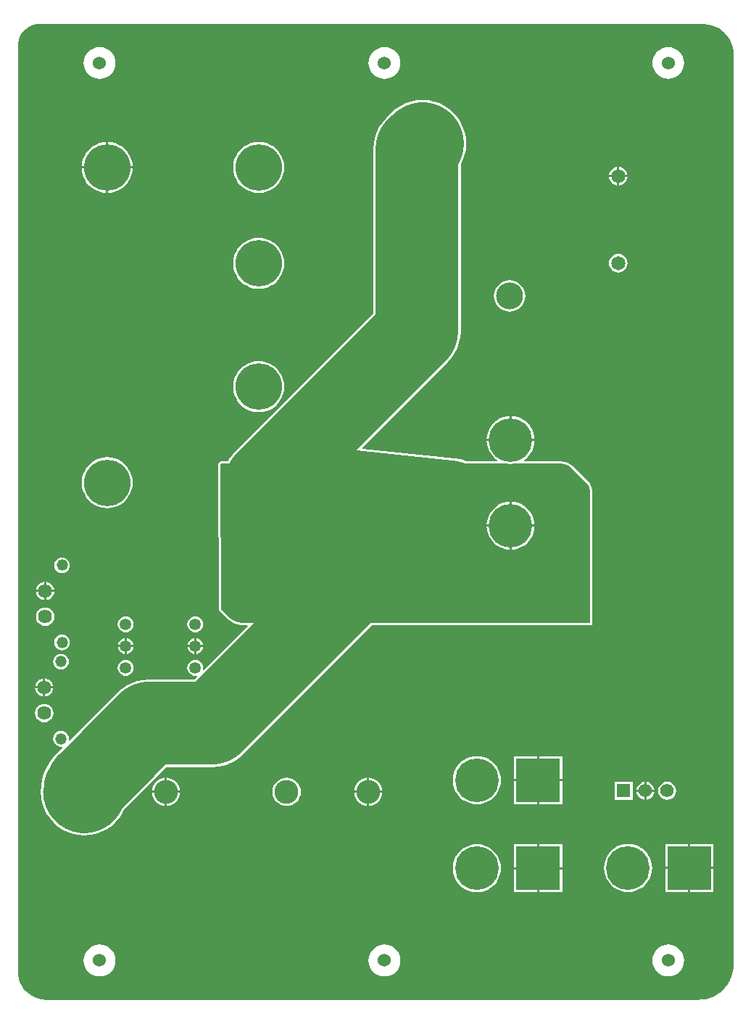
<source format=gbl>
G04*
G04 #@! TF.GenerationSoftware,Altium Limited,Altium Designer,19.0.15 (446)*
G04*
G04 Layer_Physical_Order=2*
G04 Layer_Color=16711680*
%FSLAX25Y25*%
%MOIN*%
G70*
G01*
G75*
%ADD10C,0.01000*%
%ADD34R,0.06201X0.06201*%
%ADD35C,0.06201*%
%ADD36C,0.20000*%
%ADD37C,0.06000*%
%ADD38C,0.10949*%
%ADD39C,0.05315*%
%ADD40R,0.20079X0.20079*%
%ADD41C,0.20079*%
%ADD42C,0.06378*%
%ADD43C,0.05197*%
%ADD44C,0.21378*%
%ADD45C,0.06496*%
%ADD46C,0.12402*%
%ADD47C,0.38000*%
G36*
X316714Y447733D02*
X318496Y447330D01*
X320211Y446699D01*
X321830Y445851D01*
X323325Y444800D01*
X324672Y443565D01*
X325846Y442165D01*
X326830Y440625D01*
X327605Y438970D01*
X328160Y437229D01*
X328484Y435430D01*
X328528Y434515D01*
X328528Y434508D01*
X328529Y434502D01*
X328529Y434496D01*
Y434473D01*
X328525Y434431D01*
X328518Y434390D01*
X328508Y434350D01*
X328502Y434330D01*
Y15500D01*
X328502Y15499D01*
Y15497D01*
X328502Y15497D01*
X328501Y14448D01*
X328227Y12369D01*
X327684Y10343D01*
X326881Y8405D01*
X325832Y6589D01*
X324555Y4925D01*
X323072Y3443D01*
X321408Y2166D01*
X319592Y1118D01*
X317654Y315D01*
X315628Y-228D01*
X313549Y-501D01*
X11495D01*
X11485Y-501D01*
X11475Y-501D01*
X11465Y-500D01*
X10609Y-432D01*
X8939Y-75D01*
X7329Y497D01*
X5808Y1274D01*
X4402Y2242D01*
X3133Y3386D01*
X2025Y4685D01*
X1095Y6118D01*
X360Y7659D01*
X-167Y9284D01*
X-479Y10963D01*
X-568Y12669D01*
X-501Y13520D01*
Y438000D01*
Y438972D01*
X-122Y440879D01*
X622Y442674D01*
X1702Y444291D01*
X3076Y445666D01*
X4693Y446745D01*
X6488Y447489D01*
X8395Y447869D01*
X313844D01*
X313865Y447868D01*
X313886Y447866D01*
X313907Y447863D01*
X313917Y447862D01*
X313925Y447863D01*
X313941Y447865D01*
X313957Y447867D01*
X313973Y447868D01*
X314894Y447902D01*
X316714Y447733D01*
D02*
G37*
%LPC*%
G36*
X298500Y437335D02*
X297069Y437194D01*
X295693Y436777D01*
X294425Y436099D01*
X293313Y435187D01*
X292401Y434075D01*
X291723Y432807D01*
X291306Y431431D01*
X291165Y430000D01*
X291306Y428569D01*
X291723Y427193D01*
X292401Y425925D01*
X293313Y424813D01*
X294425Y423901D01*
X295693Y423223D01*
X297069Y422806D01*
X298500Y422665D01*
X299931Y422806D01*
X301307Y423223D01*
X302575Y423901D01*
X303687Y424813D01*
X304599Y425925D01*
X305277Y427193D01*
X305694Y428569D01*
X305835Y430000D01*
X305694Y431431D01*
X305277Y432807D01*
X304599Y434075D01*
X303687Y435187D01*
X302575Y436099D01*
X301307Y436777D01*
X299931Y437194D01*
X298500Y437335D01*
D02*
G37*
G36*
X168000D02*
X166569Y437194D01*
X165193Y436777D01*
X163925Y436099D01*
X162813Y435187D01*
X161901Y434075D01*
X161223Y432807D01*
X160806Y431431D01*
X160665Y430000D01*
X160806Y428569D01*
X161223Y427193D01*
X161901Y425925D01*
X162813Y424813D01*
X163925Y423901D01*
X165193Y423223D01*
X166569Y422806D01*
X168000Y422665D01*
X169431Y422806D01*
X170807Y423223D01*
X172075Y423901D01*
X173187Y424813D01*
X174099Y425925D01*
X174777Y427193D01*
X175194Y428569D01*
X175335Y430000D01*
X175194Y431431D01*
X174777Y432807D01*
X174099Y434075D01*
X173187Y435187D01*
X172075Y436099D01*
X170807Y436777D01*
X169431Y437194D01*
X168000Y437335D01*
D02*
G37*
G36*
X37000D02*
X35569Y437194D01*
X34193Y436777D01*
X32925Y436099D01*
X31813Y435187D01*
X30901Y434075D01*
X30223Y432807D01*
X29806Y431431D01*
X29665Y430000D01*
X29806Y428569D01*
X30223Y427193D01*
X30901Y425925D01*
X31813Y424813D01*
X32925Y423901D01*
X34193Y423223D01*
X35569Y422806D01*
X37000Y422665D01*
X38431Y422806D01*
X39807Y423223D01*
X41075Y423901D01*
X42187Y424813D01*
X43099Y425925D01*
X43777Y427193D01*
X44194Y428569D01*
X44335Y430000D01*
X44194Y431431D01*
X43777Y432807D01*
X43099Y434075D01*
X42187Y435187D01*
X41075Y436099D01*
X39807Y436777D01*
X38431Y437194D01*
X37000Y437335D01*
D02*
G37*
G36*
X41000Y393686D02*
Y382500D01*
X52186D01*
X52081Y383834D01*
X51651Y385623D01*
X50947Y387323D01*
X49986Y388892D01*
X48791Y390291D01*
X47392Y391486D01*
X45823Y392447D01*
X44123Y393151D01*
X42334Y393581D01*
X41000Y393686D01*
D02*
G37*
G36*
X40000D02*
X38666Y393581D01*
X36877Y393151D01*
X35177Y392447D01*
X33608Y391486D01*
X32209Y390291D01*
X31014Y388892D01*
X30053Y387323D01*
X29349Y385623D01*
X28919Y383834D01*
X28814Y382500D01*
X40000D01*
Y393686D01*
D02*
G37*
G36*
X276000Y382219D02*
Y378500D01*
X279719D01*
X279639Y379109D01*
X279211Y380142D01*
X278530Y381030D01*
X277642Y381711D01*
X276609Y382139D01*
X276000Y382219D01*
D02*
G37*
G36*
X275000D02*
X274391Y382139D01*
X273358Y381711D01*
X272470Y381030D01*
X271789Y380142D01*
X271361Y379109D01*
X271281Y378500D01*
X275000D01*
Y382219D01*
D02*
G37*
G36*
X279719Y377500D02*
X276000D01*
Y373781D01*
X276609Y373861D01*
X277642Y374289D01*
X278530Y374970D01*
X279211Y375858D01*
X279639Y376891D01*
X279719Y377500D01*
D02*
G37*
G36*
X275000D02*
X271281D01*
X271361Y376891D01*
X271789Y375858D01*
X272470Y374970D01*
X273358Y374289D01*
X274391Y373861D01*
X275000Y373781D01*
Y377500D01*
D02*
G37*
G36*
X52186Y381500D02*
X41000D01*
Y370314D01*
X42334Y370419D01*
X44123Y370849D01*
X45823Y371553D01*
X47392Y372514D01*
X48791Y373709D01*
X49986Y375108D01*
X50947Y376677D01*
X51651Y378377D01*
X52081Y380166D01*
X52186Y381500D01*
D02*
G37*
G36*
X40000D02*
X28814D01*
X28919Y380166D01*
X29349Y378377D01*
X30053Y376677D01*
X31014Y375108D01*
X32209Y373709D01*
X33608Y372514D01*
X35177Y371553D01*
X36877Y370849D01*
X38666Y370419D01*
X40000Y370314D01*
Y381500D01*
D02*
G37*
G36*
X110185Y393725D02*
X108351Y393581D01*
X106562Y393151D01*
X104862Y392447D01*
X103293Y391486D01*
X101894Y390291D01*
X100699Y388892D01*
X99738Y387323D01*
X99034Y385623D01*
X98604Y383834D01*
X98460Y382000D01*
X98604Y380166D01*
X99034Y378377D01*
X99738Y376677D01*
X100699Y375108D01*
X101894Y373709D01*
X103293Y372514D01*
X104862Y371553D01*
X106562Y370849D01*
X108351Y370419D01*
X110185Y370275D01*
X112019Y370419D01*
X113808Y370849D01*
X115508Y371553D01*
X117077Y372514D01*
X118476Y373709D01*
X119671Y375108D01*
X120632Y376677D01*
X121336Y378377D01*
X121766Y380166D01*
X121910Y382000D01*
X121766Y383834D01*
X121336Y385623D01*
X120632Y387323D01*
X119671Y388892D01*
X118476Y390291D01*
X117077Y391486D01*
X115508Y392447D01*
X113808Y393151D01*
X112019Y393581D01*
X110185Y393725D01*
D02*
G37*
G36*
X275500Y342285D02*
X274391Y342139D01*
X273358Y341711D01*
X272470Y341030D01*
X271789Y340142D01*
X271361Y339109D01*
X271215Y338000D01*
X271361Y336891D01*
X271789Y335858D01*
X272470Y334970D01*
X273358Y334289D01*
X274391Y333861D01*
X275500Y333715D01*
X276609Y333861D01*
X277642Y334289D01*
X278530Y334970D01*
X279211Y335858D01*
X279639Y336891D01*
X279785Y338000D01*
X279639Y339109D01*
X279211Y340142D01*
X278530Y341030D01*
X277642Y341711D01*
X276609Y342139D01*
X275500Y342285D01*
D02*
G37*
G36*
X110185Y349631D02*
X108351Y349486D01*
X106562Y349057D01*
X104862Y348353D01*
X103293Y347391D01*
X101894Y346196D01*
X100699Y344797D01*
X99738Y343229D01*
X99034Y341529D01*
X98604Y339740D01*
X98460Y337906D01*
X98604Y336071D01*
X99034Y334282D01*
X99738Y332582D01*
X100699Y331014D01*
X101894Y329615D01*
X103293Y328420D01*
X104862Y327458D01*
X106562Y326754D01*
X108351Y326325D01*
X110185Y326180D01*
X112019Y326325D01*
X113808Y326754D01*
X115508Y327458D01*
X117077Y328420D01*
X118476Y329615D01*
X119671Y331014D01*
X120632Y332582D01*
X121336Y334282D01*
X121766Y336071D01*
X121910Y337906D01*
X121766Y339740D01*
X121336Y341529D01*
X120632Y343229D01*
X119671Y344797D01*
X118476Y346196D01*
X117077Y347391D01*
X115508Y348353D01*
X113808Y349057D01*
X112019Y349486D01*
X110185Y349631D01*
D02*
G37*
G36*
X225500Y330236D02*
X224088Y330097D01*
X222731Y329685D01*
X221480Y329016D01*
X220384Y328116D01*
X219484Y327020D01*
X218815Y325769D01*
X218403Y324412D01*
X218264Y323000D01*
X218403Y321588D01*
X218815Y320231D01*
X219484Y318980D01*
X220384Y317884D01*
X221480Y316984D01*
X222731Y316315D01*
X224088Y315903D01*
X225500Y315764D01*
X226912Y315903D01*
X228269Y316315D01*
X229520Y316984D01*
X230616Y317884D01*
X231516Y318980D01*
X232185Y320231D01*
X232597Y321588D01*
X232736Y323000D01*
X232597Y324412D01*
X232185Y325769D01*
X231516Y327020D01*
X230616Y328116D01*
X229520Y329016D01*
X228269Y329685D01*
X226912Y330097D01*
X225500Y330236D01*
D02*
G37*
G36*
X110185Y292938D02*
X108351Y292793D01*
X106562Y292364D01*
X104862Y291660D01*
X103293Y290698D01*
X101894Y289504D01*
X100699Y288104D01*
X99738Y286536D01*
X99034Y284836D01*
X98604Y283047D01*
X98460Y281213D01*
X98604Y279378D01*
X99034Y277589D01*
X99738Y275889D01*
X100699Y274321D01*
X101894Y272922D01*
X103293Y271727D01*
X104862Y270765D01*
X106562Y270061D01*
X108351Y269632D01*
X110185Y269488D01*
X112019Y269632D01*
X113808Y270061D01*
X115508Y270765D01*
X117077Y271727D01*
X118476Y272922D01*
X119671Y274321D01*
X120632Y275889D01*
X121336Y277589D01*
X121766Y279378D01*
X121910Y281213D01*
X121766Y283047D01*
X121336Y284836D01*
X120632Y286536D01*
X119671Y288104D01*
X118476Y289504D01*
X117077Y290698D01*
X115508Y291660D01*
X113808Y292364D01*
X112019Y292793D01*
X110185Y292938D01*
D02*
G37*
G36*
X226500Y267680D02*
Y257185D01*
X236995D01*
X236898Y258411D01*
X236494Y260095D01*
X235831Y261694D01*
X234927Y263171D01*
X233802Y264487D01*
X232486Y265612D01*
X231009Y266516D01*
X229410Y267179D01*
X227726Y267583D01*
X226500Y267680D01*
D02*
G37*
G36*
X225500D02*
X224274Y267583D01*
X222590Y267179D01*
X220991Y266516D01*
X219514Y265612D01*
X218198Y264487D01*
X217073Y263171D01*
X216169Y261694D01*
X215506Y260095D01*
X215102Y258411D01*
X215005Y257185D01*
X225500D01*
Y267680D01*
D02*
G37*
G36*
X185500Y413043D02*
X182884Y412871D01*
X180313Y412360D01*
X177830Y411517D01*
X175478Y410358D01*
X173299Y408901D01*
X171327Y407172D01*
X168827Y404672D01*
X167099Y402701D01*
X165642Y400522D01*
X164483Y398170D01*
X163640Y395688D01*
X163129Y393116D01*
X162957Y390500D01*
Y314987D01*
X99268Y251298D01*
X99081Y251085D01*
X98873Y250892D01*
X98217Y250100D01*
X97539Y249327D01*
X97382Y249091D01*
X97201Y248873D01*
X96654Y248002D01*
X96083Y247147D01*
X96019Y247018D01*
X93012D01*
X93011Y247017D01*
X93010Y247018D01*
X92816Y246978D01*
X92622Y246940D01*
X92621Y246939D01*
X92620Y246939D01*
X92457Y246830D01*
X92291Y246719D01*
X92291Y246718D01*
X92290Y246718D01*
X91937Y246363D01*
X91937Y246363D01*
X91936Y246362D01*
X91827Y246198D01*
X91717Y246032D01*
X91716Y246031D01*
X91716Y246030D01*
X91679Y245838D01*
X91640Y245642D01*
X91640Y245641D01*
X91640Y245640D01*
X91888Y178996D01*
X91927Y178803D01*
X91966Y178610D01*
X91967Y178608D01*
X91967Y178606D01*
X92078Y178443D01*
X92187Y178279D01*
X95758Y174708D01*
X95758Y174708D01*
X96455Y174012D01*
X96538Y173956D01*
X96609Y173885D01*
X98247Y172790D01*
X98340Y172752D01*
X98423Y172696D01*
X100243Y171942D01*
X100341Y171923D01*
X100434Y171884D01*
X102366Y171500D01*
X102467D01*
X102565Y171480D01*
X103550Y171480D01*
X104939D01*
X105130Y171019D01*
X85025Y150914D01*
X84974Y150928D01*
X84581Y151176D01*
X84689Y152000D01*
X84563Y152955D01*
X84195Y153844D01*
X83609Y154609D01*
X82845Y155195D01*
X81955Y155563D01*
X81000Y155689D01*
X80045Y155563D01*
X79155Y155195D01*
X78391Y154609D01*
X77805Y153844D01*
X77437Y152955D01*
X77311Y152000D01*
X77437Y151045D01*
X77805Y150155D01*
X78391Y149391D01*
X79155Y148805D01*
X80045Y148437D01*
X81000Y148311D01*
X81824Y148419D01*
X82072Y148026D01*
X82086Y147975D01*
X80629Y146517D01*
X59475D01*
X59474Y146517D01*
X56858Y146346D01*
X54287Y145834D01*
X51804Y144992D01*
X49453Y143832D01*
X47273Y142376D01*
X45302Y140647D01*
X45302Y140647D01*
X23247Y118592D01*
X22773Y118825D01*
X22846Y119378D01*
X22722Y120317D01*
X22360Y121193D01*
X21783Y121944D01*
X21031Y122521D01*
X20156Y122884D01*
X19217Y123007D01*
X18277Y122884D01*
X17402Y122521D01*
X16650Y121944D01*
X16073Y121193D01*
X15711Y120317D01*
X15587Y119378D01*
X15711Y118439D01*
X16073Y117563D01*
X16650Y116812D01*
X17402Y116235D01*
X18277Y115872D01*
X19217Y115749D01*
X19769Y115821D01*
X20003Y115348D01*
X17595Y112940D01*
X17242Y112587D01*
X17242Y112587D01*
X17242Y112587D01*
X16974Y112282D01*
X15386Y110505D01*
X13772Y108230D01*
X12423Y105790D01*
X11356Y103213D01*
X10584Y100534D01*
X10117Y97784D01*
X9961Y95000D01*
X9957D01*
X10129Y92384D01*
X10640Y89812D01*
X11483Y87330D01*
X12642Y84978D01*
X14099Y82799D01*
X15827Y80827D01*
X17799Y79099D01*
X19978Y77642D01*
X22330Y76483D01*
X24813Y75640D01*
X27384Y75129D01*
X30000Y74957D01*
X32616Y75129D01*
X35188Y75640D01*
X37670Y76483D01*
X40021Y77642D01*
X42201Y79099D01*
X44172Y80827D01*
X45901Y82799D01*
X46021Y82978D01*
X46374Y83278D01*
X46479Y83350D01*
X46556Y83537D01*
X46819Y84173D01*
X46992Y84431D01*
X47358Y84978D01*
X47358Y84978D01*
X47540Y85348D01*
X47613Y85497D01*
X48364Y87019D01*
X67776Y106431D01*
X88931D01*
X91547Y106603D01*
X94119Y107115D01*
X96601Y107957D01*
X98953Y109117D01*
X101133Y110573D01*
X103104Y112302D01*
X162282Y171480D01*
X262500D01*
X262890Y171558D01*
X263221Y171779D01*
X263442Y172110D01*
X263520Y172500D01*
Y232719D01*
X263520Y232719D01*
X263520Y233385D01*
X263500Y233483D01*
Y233584D01*
X263240Y234890D01*
X263202Y234983D01*
X263182Y235081D01*
X262672Y236312D01*
X262617Y236395D01*
X262578Y236488D01*
X261838Y237596D01*
X261767Y237667D01*
X261711Y237750D01*
X255672Y243790D01*
X255671Y243790D01*
X254975Y244486D01*
X254892Y244542D01*
X254821Y244613D01*
X253183Y245708D01*
X253090Y245746D01*
X253006Y245802D01*
X251186Y246556D01*
X251088Y246575D01*
X250995Y246614D01*
X249063Y246998D01*
X248963D01*
X248864Y247018D01*
X247879Y247018D01*
X232198D01*
X232062Y247499D01*
X232486Y247758D01*
X233802Y248883D01*
X234927Y250199D01*
X235831Y251676D01*
X236494Y253275D01*
X236898Y254959D01*
X236995Y256185D01*
X215005D01*
X215102Y254959D01*
X215506Y253275D01*
X216169Y251676D01*
X217073Y250199D01*
X218198Y248883D01*
X219514Y247758D01*
X219938Y247499D01*
X219802Y247018D01*
X205480D01*
X205231Y247132D01*
X202725Y247904D01*
X200141Y248343D01*
X157984Y252686D01*
X157817Y253157D01*
X197172Y292512D01*
X198901Y294484D01*
X200358Y296664D01*
X201517Y299015D01*
X202360Y301498D01*
X202871Y304069D01*
X203043Y306685D01*
X203043Y306685D01*
Y383354D01*
X204017Y385330D01*
X204860Y387812D01*
X205371Y390384D01*
X205543Y393000D01*
X205371Y395616D01*
X204860Y398187D01*
X204017Y400670D01*
X202858Y403021D01*
X201401Y405201D01*
X199672Y407172D01*
X197701Y408901D01*
X195521Y410358D01*
X193170Y411517D01*
X190688Y412360D01*
X188116Y412871D01*
X185500Y413043D01*
D02*
G37*
G36*
X40500Y248843D02*
X38666Y248699D01*
X36877Y248269D01*
X35177Y247565D01*
X33608Y246604D01*
X32209Y245409D01*
X31014Y244010D01*
X30053Y242441D01*
X29349Y240741D01*
X28919Y238952D01*
X28775Y237118D01*
X28919Y235284D01*
X29349Y233495D01*
X30053Y231795D01*
X31014Y230226D01*
X32209Y228827D01*
X33608Y227632D01*
X35177Y226671D01*
X36877Y225967D01*
X38666Y225537D01*
X40500Y225393D01*
X42334Y225537D01*
X44123Y225967D01*
X45823Y226671D01*
X47392Y227632D01*
X48791Y228827D01*
X49986Y230226D01*
X50947Y231795D01*
X51651Y233495D01*
X52081Y235284D01*
X52225Y237118D01*
X52081Y238952D01*
X51651Y240741D01*
X50947Y242441D01*
X49986Y244010D01*
X48791Y245409D01*
X47392Y246604D01*
X45823Y247565D01*
X44123Y248269D01*
X42334Y248699D01*
X40500Y248843D01*
D02*
G37*
G36*
X19716Y202751D02*
X18777Y202628D01*
X17902Y202265D01*
X17150Y201689D01*
X16573Y200937D01*
X16211Y200061D01*
X16087Y199122D01*
X16211Y198183D01*
X16573Y197307D01*
X17150Y196556D01*
X17902Y195979D01*
X18777Y195616D01*
X19716Y195493D01*
X20656Y195616D01*
X21531Y195979D01*
X22283Y196556D01*
X22860Y197307D01*
X23222Y198183D01*
X23346Y199122D01*
X23222Y200061D01*
X22860Y200937D01*
X22283Y201689D01*
X21531Y202265D01*
X20656Y202628D01*
X19716Y202751D01*
D02*
G37*
G36*
X12500Y191470D02*
Y187811D01*
X16159D01*
X16081Y188405D01*
X15659Y189424D01*
X14988Y190299D01*
X14113Y190970D01*
X13093Y191392D01*
X12500Y191470D01*
D02*
G37*
G36*
X11500D02*
X10907Y191392D01*
X9887Y190970D01*
X9012Y190299D01*
X8341Y189424D01*
X7919Y188405D01*
X7841Y187811D01*
X11500D01*
Y191470D01*
D02*
G37*
G36*
X16159Y186811D02*
X12500D01*
Y183152D01*
X13093Y183230D01*
X14113Y183652D01*
X14988Y184323D01*
X15659Y185198D01*
X16081Y186217D01*
X16159Y186811D01*
D02*
G37*
G36*
X11500D02*
X7841D01*
X7919Y186217D01*
X8341Y185198D01*
X9012Y184323D01*
X9887Y183652D01*
X10907Y183230D01*
X11500Y183152D01*
Y186811D01*
D02*
G37*
G36*
X12000Y179725D02*
X10907Y179581D01*
X9887Y179159D01*
X9012Y178488D01*
X8341Y177613D01*
X7919Y176593D01*
X7775Y175500D01*
X7919Y174407D01*
X8341Y173387D01*
X9012Y172512D01*
X9887Y171841D01*
X10907Y171419D01*
X12000Y171275D01*
X13093Y171419D01*
X14113Y171841D01*
X14988Y172512D01*
X15659Y173387D01*
X16081Y174407D01*
X16225Y175500D01*
X16081Y176593D01*
X15659Y177613D01*
X14988Y178488D01*
X14113Y179159D01*
X13093Y179581D01*
X12000Y179725D01*
D02*
G37*
G36*
X81000Y175689D02*
X80045Y175563D01*
X79155Y175195D01*
X78391Y174609D01*
X77805Y173845D01*
X77437Y172955D01*
X77311Y172000D01*
X77437Y171045D01*
X77805Y170156D01*
X78391Y169392D01*
X79155Y168805D01*
X80045Y168437D01*
X81000Y168311D01*
X81955Y168437D01*
X82845Y168805D01*
X83609Y169392D01*
X84195Y170156D01*
X84563Y171045D01*
X84689Y172000D01*
X84563Y172955D01*
X84195Y173845D01*
X83609Y174609D01*
X82845Y175195D01*
X81955Y175563D01*
X81000Y175689D01*
D02*
G37*
G36*
X49000D02*
X48045Y175563D01*
X47155Y175195D01*
X46391Y174609D01*
X45805Y173845D01*
X45437Y172955D01*
X45311Y172000D01*
X45437Y171045D01*
X45805Y170156D01*
X46391Y169392D01*
X47155Y168805D01*
X48045Y168437D01*
X49000Y168311D01*
X49955Y168437D01*
X50845Y168805D01*
X51609Y169392D01*
X52195Y170156D01*
X52563Y171045D01*
X52689Y172000D01*
X52563Y172955D01*
X52195Y173845D01*
X51609Y174609D01*
X50845Y175195D01*
X49955Y175563D01*
X49000Y175689D01*
D02*
G37*
G36*
X81500Y165623D02*
Y162500D01*
X84623D01*
X84563Y162955D01*
X84195Y163845D01*
X83609Y164609D01*
X82845Y165195D01*
X81955Y165563D01*
X81500Y165623D01*
D02*
G37*
G36*
X49500D02*
Y162500D01*
X52623D01*
X52563Y162955D01*
X52195Y163845D01*
X51609Y164609D01*
X50845Y165195D01*
X49955Y165563D01*
X49500Y165623D01*
D02*
G37*
G36*
X80500D02*
X80045Y165563D01*
X79155Y165195D01*
X78391Y164609D01*
X77805Y163845D01*
X77437Y162955D01*
X77377Y162500D01*
X80500D01*
Y165623D01*
D02*
G37*
G36*
X48500D02*
X48045Y165563D01*
X47155Y165195D01*
X46391Y164609D01*
X45805Y163845D01*
X45437Y162955D01*
X45377Y162500D01*
X48500D01*
Y165623D01*
D02*
G37*
G36*
X19716Y167318D02*
X18777Y167195D01*
X17902Y166832D01*
X17150Y166255D01*
X16573Y165504D01*
X16211Y164628D01*
X16087Y163689D01*
X16211Y162750D01*
X16573Y161874D01*
X17150Y161123D01*
X17902Y160546D01*
X18777Y160183D01*
X19716Y160059D01*
X20656Y160183D01*
X21531Y160546D01*
X22283Y161123D01*
X22860Y161874D01*
X23222Y162750D01*
X23346Y163689D01*
X23222Y164628D01*
X22860Y165504D01*
X22283Y166255D01*
X21531Y166832D01*
X20656Y167195D01*
X19716Y167318D01*
D02*
G37*
G36*
X84623Y161500D02*
X81500D01*
Y158377D01*
X81955Y158437D01*
X82845Y158805D01*
X83609Y159391D01*
X84195Y160155D01*
X84563Y161045D01*
X84623Y161500D01*
D02*
G37*
G36*
X52623D02*
X49500D01*
Y158377D01*
X49955Y158437D01*
X50845Y158805D01*
X51609Y159391D01*
X52195Y160155D01*
X52563Y161045D01*
X52623Y161500D01*
D02*
G37*
G36*
X80500D02*
X77377D01*
X77437Y161045D01*
X77805Y160155D01*
X78391Y159391D01*
X79155Y158805D01*
X80045Y158437D01*
X80500Y158377D01*
Y161500D01*
D02*
G37*
G36*
X48500D02*
X45377D01*
X45437Y161045D01*
X45805Y160155D01*
X46391Y159391D01*
X47155Y158805D01*
X48045Y158437D01*
X48500Y158377D01*
Y161500D01*
D02*
G37*
G36*
X19217Y158440D02*
X18277Y158317D01*
X17402Y157954D01*
X16650Y157377D01*
X16073Y156626D01*
X15711Y155750D01*
X15587Y154811D01*
X15711Y153872D01*
X16073Y152996D01*
X16650Y152245D01*
X17402Y151668D01*
X18277Y151305D01*
X19217Y151182D01*
X20156Y151305D01*
X21031Y151668D01*
X21783Y152245D01*
X22360Y152996D01*
X22722Y153872D01*
X22846Y154811D01*
X22722Y155750D01*
X22360Y156626D01*
X21783Y157377D01*
X21031Y157954D01*
X20156Y158317D01*
X19217Y158440D01*
D02*
G37*
G36*
X49000Y155689D02*
X48045Y155563D01*
X47155Y155195D01*
X46391Y154609D01*
X45805Y153844D01*
X45437Y152955D01*
X45311Y152000D01*
X45437Y151045D01*
X45805Y150155D01*
X46391Y149391D01*
X47155Y148805D01*
X48045Y148437D01*
X49000Y148311D01*
X49955Y148437D01*
X50845Y148805D01*
X51609Y149391D01*
X52195Y150155D01*
X52563Y151045D01*
X52689Y152000D01*
X52563Y152955D01*
X52195Y153844D01*
X51609Y154609D01*
X50845Y155195D01*
X49955Y155563D01*
X49000Y155689D01*
D02*
G37*
G36*
X12000Y147159D02*
Y143500D01*
X15659D01*
X15581Y144094D01*
X15159Y145113D01*
X14488Y145988D01*
X13613Y146659D01*
X12594Y147081D01*
X12000Y147159D01*
D02*
G37*
G36*
X11000D02*
X10407Y147081D01*
X9387Y146659D01*
X8512Y145988D01*
X7841Y145113D01*
X7419Y144094D01*
X7341Y143500D01*
X11000D01*
Y147159D01*
D02*
G37*
G36*
X15659Y142500D02*
X12000D01*
Y138841D01*
X12594Y138919D01*
X13613Y139341D01*
X14488Y140012D01*
X15159Y140887D01*
X15581Y141906D01*
X15659Y142500D01*
D02*
G37*
G36*
X11000D02*
X7341D01*
X7419Y141906D01*
X7841Y140887D01*
X8512Y140012D01*
X9387Y139341D01*
X10407Y138919D01*
X11000Y138841D01*
Y142500D01*
D02*
G37*
G36*
X11500Y135414D02*
X10407Y135270D01*
X9387Y134848D01*
X8512Y134177D01*
X7841Y133301D01*
X7419Y132282D01*
X7275Y131189D01*
X7419Y130095D01*
X7841Y129076D01*
X8512Y128201D01*
X9387Y127530D01*
X10407Y127108D01*
X11500Y126964D01*
X12594Y127108D01*
X13613Y127530D01*
X14488Y128201D01*
X15159Y129076D01*
X15581Y130095D01*
X15725Y131189D01*
X15581Y132282D01*
X15159Y133301D01*
X14488Y134177D01*
X13613Y134848D01*
X12594Y135270D01*
X11500Y135414D01*
D02*
G37*
G36*
X249740Y111417D02*
X239201D01*
Y100878D01*
X249740D01*
Y111417D01*
D02*
G37*
G36*
X238201D02*
X227661D01*
Y100878D01*
X238201D01*
Y111417D01*
D02*
G37*
G36*
X288500Y99570D02*
Y96000D01*
X292070D01*
X291995Y96570D01*
X291582Y97568D01*
X290924Y98424D01*
X290068Y99082D01*
X289070Y99495D01*
X288500Y99570D01*
D02*
G37*
G36*
X287500D02*
X286930Y99495D01*
X285932Y99082D01*
X285076Y98424D01*
X284418Y97568D01*
X284005Y96570D01*
X283930Y96000D01*
X287500D01*
Y99570D01*
D02*
G37*
G36*
X161000Y101456D02*
Y95500D01*
X166956D01*
X166881Y96269D01*
X166510Y97490D01*
X165909Y98614D01*
X165100Y99600D01*
X164114Y100409D01*
X162990Y101011D01*
X161769Y101381D01*
X161000Y101456D01*
D02*
G37*
G36*
X160000D02*
X159231Y101381D01*
X158010Y101011D01*
X156886Y100409D01*
X155900Y99600D01*
X155091Y98614D01*
X154490Y97490D01*
X154119Y96269D01*
X154043Y95500D01*
X160000D01*
Y101456D01*
D02*
G37*
G36*
X68000D02*
Y95500D01*
X73957D01*
X73881Y96269D01*
X73510Y97490D01*
X72909Y98614D01*
X72100Y99600D01*
X71114Y100409D01*
X69990Y101011D01*
X68769Y101381D01*
X68000Y101456D01*
D02*
G37*
G36*
X67000D02*
X66231Y101381D01*
X65010Y101011D01*
X63886Y100409D01*
X62900Y99600D01*
X62091Y98614D01*
X61489Y97490D01*
X61119Y96269D01*
X61044Y95500D01*
X67000D01*
Y101456D01*
D02*
G37*
G36*
X292070Y95000D02*
X288500D01*
Y91430D01*
X289070Y91505D01*
X290068Y91918D01*
X290924Y92576D01*
X291582Y93432D01*
X291995Y94430D01*
X292070Y95000D01*
D02*
G37*
G36*
X287500D02*
X283930D01*
X284005Y94430D01*
X284418Y93432D01*
X285076Y92576D01*
X285932Y91918D01*
X286930Y91505D01*
X287500Y91430D01*
Y95000D01*
D02*
G37*
G36*
X282100Y99600D02*
X273900D01*
Y91400D01*
X282100D01*
Y99600D01*
D02*
G37*
G36*
X298000Y99636D02*
X296930Y99495D01*
X295932Y99082D01*
X295076Y98424D01*
X294418Y97568D01*
X294005Y96570D01*
X293864Y95500D01*
X294005Y94430D01*
X294418Y93432D01*
X295076Y92576D01*
X295932Y91918D01*
X296930Y91505D01*
X298000Y91364D01*
X299070Y91505D01*
X300068Y91918D01*
X300924Y92576D01*
X301582Y93432D01*
X301995Y94430D01*
X302136Y95500D01*
X301995Y96570D01*
X301582Y97568D01*
X300924Y98424D01*
X300068Y99082D01*
X299070Y99495D01*
X298000Y99636D01*
D02*
G37*
G36*
X249740Y99878D02*
X239201D01*
Y89339D01*
X249740D01*
Y99878D01*
D02*
G37*
G36*
X238201D02*
X227661D01*
Y89339D01*
X238201D01*
Y99878D01*
D02*
G37*
G36*
X210500Y111451D02*
X208768Y111315D01*
X207078Y110909D01*
X205473Y110245D01*
X203991Y109337D01*
X202670Y108208D01*
X201541Y106887D01*
X200633Y105405D01*
X199969Y103800D01*
X199563Y102110D01*
X199426Y100378D01*
X199563Y98646D01*
X199969Y96956D01*
X200633Y95351D01*
X201541Y93869D01*
X202670Y92548D01*
X203991Y91419D01*
X205473Y90511D01*
X207078Y89846D01*
X208768Y89441D01*
X210500Y89304D01*
X212232Y89441D01*
X213922Y89846D01*
X215527Y90511D01*
X217009Y91419D01*
X218330Y92548D01*
X219459Y93869D01*
X220367Y95351D01*
X221031Y96956D01*
X221437Y98646D01*
X221573Y100378D01*
X221437Y102110D01*
X221031Y103800D01*
X220367Y105405D01*
X219459Y106887D01*
X218330Y108208D01*
X217009Y109337D01*
X215527Y110245D01*
X213922Y110909D01*
X212232Y111315D01*
X210500Y111451D01*
D02*
G37*
G36*
X166956Y94500D02*
X161000D01*
Y88543D01*
X161769Y88619D01*
X162990Y88990D01*
X164114Y89591D01*
X165100Y90400D01*
X165909Y91386D01*
X166510Y92510D01*
X166881Y93731D01*
X166956Y94500D01*
D02*
G37*
G36*
X160000D02*
X154043D01*
X154119Y93731D01*
X154490Y92510D01*
X155091Y91386D01*
X155900Y90400D01*
X156886Y89591D01*
X158010Y88990D01*
X159231Y88619D01*
X160000Y88543D01*
Y94500D01*
D02*
G37*
G36*
X73957D02*
X68000D01*
Y88543D01*
X68769Y88619D01*
X69990Y88990D01*
X71114Y89591D01*
X72100Y90400D01*
X72909Y91386D01*
X73510Y92510D01*
X73881Y93731D01*
X73957Y94500D01*
D02*
G37*
G36*
X67000D02*
X61044D01*
X61119Y93731D01*
X61489Y92510D01*
X62091Y91386D01*
X62900Y90400D01*
X63886Y89591D01*
X65010Y88990D01*
X66231Y88619D01*
X67000Y88543D01*
Y94500D01*
D02*
G37*
G36*
X123000Y101506D02*
X121731Y101381D01*
X120510Y101011D01*
X119386Y100409D01*
X118400Y99600D01*
X117591Y98614D01*
X116990Y97490D01*
X116619Y96269D01*
X116494Y95000D01*
X116619Y93731D01*
X116990Y92510D01*
X117591Y91386D01*
X118400Y90400D01*
X119386Y89591D01*
X120510Y88990D01*
X121731Y88619D01*
X123000Y88494D01*
X124269Y88619D01*
X125490Y88990D01*
X126614Y89591D01*
X127600Y90400D01*
X128409Y91386D01*
X129010Y92510D01*
X129381Y93731D01*
X129506Y95000D01*
X129381Y96269D01*
X129010Y97490D01*
X128409Y98614D01*
X127600Y99600D01*
X126614Y100409D01*
X125490Y101011D01*
X124269Y101381D01*
X123000Y101506D01*
D02*
G37*
G36*
X319240Y71039D02*
X308701D01*
Y60500D01*
X319240D01*
Y71039D01*
D02*
G37*
G36*
X307701D02*
X297161D01*
Y60500D01*
X307701D01*
Y71039D01*
D02*
G37*
G36*
X249740Y70917D02*
X239201D01*
Y60378D01*
X249740D01*
Y70917D01*
D02*
G37*
G36*
X238201D02*
X227661D01*
Y60378D01*
X238201D01*
Y70917D01*
D02*
G37*
G36*
X319240Y59500D02*
X308701D01*
Y48961D01*
X319240D01*
Y59500D01*
D02*
G37*
G36*
X307701D02*
X297161D01*
Y48961D01*
X307701D01*
Y59500D01*
D02*
G37*
G36*
X280000Y71074D02*
X278268Y70937D01*
X276578Y70531D01*
X274973Y69867D01*
X273491Y68959D01*
X272170Y67830D01*
X271041Y66509D01*
X270133Y65027D01*
X269468Y63422D01*
X269063Y61732D01*
X268927Y60000D01*
X269063Y58268D01*
X269468Y56578D01*
X270133Y54973D01*
X271041Y53491D01*
X272170Y52170D01*
X273491Y51041D01*
X274973Y50133D01*
X276578Y49468D01*
X278268Y49063D01*
X280000Y48926D01*
X281732Y49063D01*
X283422Y49468D01*
X285027Y50133D01*
X286509Y51041D01*
X287830Y52170D01*
X288959Y53491D01*
X289867Y54973D01*
X290531Y56578D01*
X290937Y58268D01*
X291073Y60000D01*
X290937Y61732D01*
X290531Y63422D01*
X289867Y65027D01*
X288959Y66509D01*
X287830Y67830D01*
X286509Y68959D01*
X285027Y69867D01*
X283422Y70531D01*
X281732Y70937D01*
X280000Y71074D01*
D02*
G37*
G36*
X249740Y59378D02*
X239201D01*
Y48839D01*
X249740D01*
Y59378D01*
D02*
G37*
G36*
X238201D02*
X227661D01*
Y48839D01*
X238201D01*
Y59378D01*
D02*
G37*
G36*
X210500Y70951D02*
X208768Y70815D01*
X207078Y70410D01*
X205473Y69744D01*
X203991Y68837D01*
X202670Y67708D01*
X201541Y66387D01*
X200633Y64905D01*
X199969Y63300D01*
X199563Y61610D01*
X199426Y59878D01*
X199563Y58146D01*
X199969Y56456D01*
X200633Y54851D01*
X201541Y53369D01*
X202670Y52048D01*
X203991Y50919D01*
X205473Y50011D01*
X207078Y49346D01*
X208768Y48941D01*
X210500Y48804D01*
X212232Y48941D01*
X213922Y49346D01*
X215527Y50011D01*
X217009Y50919D01*
X218330Y52048D01*
X219459Y53369D01*
X220367Y54851D01*
X221031Y56456D01*
X221437Y58146D01*
X221573Y59878D01*
X221437Y61610D01*
X221031Y63300D01*
X220367Y64905D01*
X219459Y66387D01*
X218330Y67708D01*
X217009Y68837D01*
X215527Y69744D01*
X213922Y70410D01*
X212232Y70815D01*
X210500Y70951D01*
D02*
G37*
G36*
X298500Y24835D02*
X297069Y24694D01*
X295693Y24277D01*
X294425Y23599D01*
X293313Y22687D01*
X292401Y21575D01*
X291723Y20307D01*
X291306Y18931D01*
X291165Y17500D01*
X291306Y16069D01*
X291723Y14693D01*
X292401Y13425D01*
X293313Y12313D01*
X294425Y11401D01*
X295693Y10723D01*
X297069Y10306D01*
X298500Y10165D01*
X299931Y10306D01*
X301307Y10723D01*
X302575Y11401D01*
X303687Y12313D01*
X304599Y13425D01*
X305277Y14693D01*
X305694Y16069D01*
X305835Y17500D01*
X305694Y18931D01*
X305277Y20307D01*
X304599Y21575D01*
X303687Y22687D01*
X302575Y23599D01*
X301307Y24277D01*
X299931Y24694D01*
X298500Y24835D01*
D02*
G37*
G36*
X168000D02*
X166569Y24694D01*
X165193Y24277D01*
X163925Y23599D01*
X162813Y22687D01*
X161901Y21575D01*
X161223Y20307D01*
X160806Y18931D01*
X160665Y17500D01*
X160806Y16069D01*
X161223Y14693D01*
X161901Y13425D01*
X162813Y12313D01*
X163925Y11401D01*
X165193Y10723D01*
X166569Y10306D01*
X168000Y10165D01*
X169431Y10306D01*
X170807Y10723D01*
X172075Y11401D01*
X173187Y12313D01*
X174099Y13425D01*
X174777Y14693D01*
X175194Y16069D01*
X175335Y17500D01*
X175194Y18931D01*
X174777Y20307D01*
X174099Y21575D01*
X173187Y22687D01*
X172075Y23599D01*
X170807Y24277D01*
X169431Y24694D01*
X168000Y24835D01*
D02*
G37*
G36*
X37000D02*
X35569Y24694D01*
X34193Y24277D01*
X32925Y23599D01*
X31813Y22687D01*
X30901Y21575D01*
X30223Y20307D01*
X29806Y18931D01*
X29665Y17500D01*
X29806Y16069D01*
X30223Y14693D01*
X30901Y13425D01*
X31813Y12313D01*
X32925Y11401D01*
X34193Y10723D01*
X35569Y10306D01*
X37000Y10165D01*
X38431Y10306D01*
X39807Y10723D01*
X41075Y11401D01*
X42187Y12313D01*
X43099Y13425D01*
X43777Y14693D01*
X44194Y16069D01*
X44335Y17500D01*
X44194Y18931D01*
X43777Y20307D01*
X43099Y21575D01*
X42187Y22687D01*
X41075Y23599D01*
X39807Y24277D01*
X38431Y24694D01*
X37000Y24835D01*
D02*
G37*
%LPD*%
G36*
X101861Y245998D02*
X102034Y245529D01*
X101894Y245409D01*
X100699Y244010D01*
X99738Y242441D01*
X99034Y240741D01*
X98604Y238952D01*
X98499Y237618D01*
X110185D01*
X121871D01*
X121766Y238952D01*
X121336Y240741D01*
X120632Y242441D01*
X119671Y244010D01*
X118476Y245409D01*
X118336Y245529D01*
X118509Y245998D01*
X223395Y245998D01*
X224274Y245787D01*
X226000Y245651D01*
X227726Y245787D01*
X228605Y245998D01*
X247880D01*
X248864Y245998D01*
X250796Y245614D01*
X252616Y244860D01*
X254254Y243765D01*
X254950Y243069D01*
X254950Y243069D01*
X254951Y243069D01*
X260991Y237029D01*
X261731Y235922D01*
X262240Y234691D01*
X262500Y233385D01*
X262500Y232719D01*
X262500Y232719D01*
X262500Y232719D01*
Y172500D01*
X103550D01*
X102565Y172500D01*
X100633Y172884D01*
X98813Y173638D01*
X97176Y174732D01*
X96479Y175429D01*
X96479Y175429D01*
X92908Y179000D01*
X92659Y245644D01*
X93012Y245998D01*
X101861D01*
D02*
G37*
%LPC*%
G36*
X109685Y236618D02*
X98499D01*
X98604Y235284D01*
X99034Y233495D01*
X99738Y231795D01*
X100699Y230226D01*
X101894Y228827D01*
X103293Y227632D01*
X104862Y226671D01*
X106562Y225967D01*
X108351Y225537D01*
X109685Y225432D01*
Y236618D01*
D02*
G37*
G36*
X121871D02*
X110685D01*
Y225432D01*
X112019Y225537D01*
X113808Y225967D01*
X115508Y226671D01*
X117077Y227632D01*
X118476Y228827D01*
X119671Y230226D01*
X120632Y231795D01*
X121336Y233495D01*
X121766Y235284D01*
X121871Y236618D01*
D02*
G37*
G36*
X226500Y228310D02*
Y217815D01*
X236995D01*
X236898Y219041D01*
X236494Y220725D01*
X235831Y222324D01*
X234927Y223801D01*
X233802Y225117D01*
X232486Y226242D01*
X231009Y227146D01*
X229410Y227809D01*
X227726Y228213D01*
X226500Y228310D01*
D02*
G37*
G36*
X225500D02*
X224274Y228213D01*
X222590Y227809D01*
X220991Y227146D01*
X219514Y226242D01*
X218198Y225117D01*
X217073Y223801D01*
X216169Y222324D01*
X215506Y220725D01*
X215102Y219041D01*
X215005Y217815D01*
X225500D01*
Y228310D01*
D02*
G37*
G36*
X236995Y216815D02*
X226500D01*
Y206320D01*
X227726Y206417D01*
X229410Y206821D01*
X231009Y207484D01*
X232486Y208388D01*
X233802Y209513D01*
X234927Y210829D01*
X235831Y212306D01*
X236494Y213905D01*
X236898Y215589D01*
X236995Y216815D01*
D02*
G37*
G36*
X225500D02*
X215005D01*
X215102Y215589D01*
X215506Y213905D01*
X216169Y212306D01*
X217073Y210829D01*
X218198Y209513D01*
X219514Y208388D01*
X220991Y207484D01*
X222590Y206821D01*
X224274Y206417D01*
X225500Y206320D01*
Y216815D01*
D02*
G37*
%LPD*%
D10*
X9367Y447367D02*
G03*
X0Y438000I0J-9367D01*
G01*
Y13500D02*
G03*
X11500Y0I12500J-1000D01*
G01*
X312500D02*
G03*
X328000Y15500I-0J15500D01*
G01*
X328027Y434493D02*
G03*
X314000Y447367I-13521J-654D01*
G01*
X9367D02*
X16439D01*
X0Y429143D02*
Y438000D01*
X313133Y447367D02*
X313834D01*
X11500Y0D02*
X312500D01*
X328000Y15500D02*
Y434500D01*
X16439Y447367D02*
X313133D01*
X0Y13500D02*
Y429143D01*
D34*
X278000Y95500D02*
D03*
D35*
X288000D02*
D03*
X298000D02*
D03*
D36*
X226000Y217315D02*
D03*
Y256685D02*
D03*
D37*
X168000Y17500D02*
D03*
Y430000D02*
D03*
X37000Y17500D02*
D03*
Y430000D02*
D03*
X298500D02*
D03*
Y17500D02*
D03*
D38*
X160500Y95000D02*
D03*
X123000D02*
D03*
X30000D02*
D03*
X67500D02*
D03*
D39*
X81000Y152000D02*
D03*
Y162000D02*
D03*
Y172000D02*
D03*
X49000D02*
D03*
Y162000D02*
D03*
Y152000D02*
D03*
D40*
X308201Y60000D02*
D03*
X238701Y59878D02*
D03*
Y100378D02*
D03*
D41*
X280000Y60000D02*
D03*
X210500Y59878D02*
D03*
Y100378D02*
D03*
D42*
X11500Y143000D02*
D03*
Y131189D02*
D03*
X12000Y187311D02*
D03*
Y175500D02*
D03*
D43*
X19217Y119378D02*
D03*
Y154811D02*
D03*
X19716Y163689D02*
D03*
Y199122D02*
D03*
D44*
X110185Y382000D02*
D03*
Y337906D02*
D03*
Y281213D02*
D03*
Y237118D02*
D03*
X40500Y382000D02*
D03*
Y237118D02*
D03*
D45*
X275500Y378000D02*
D03*
Y338000D02*
D03*
D46*
X225500Y323000D02*
D03*
X185500Y393000D02*
D03*
D47*
X31414Y98414D02*
G03*
X30000Y95000I3414J-3414D01*
G01*
X31414Y98414D02*
X59474Y126474D01*
X88931D02*
X190587Y228130D01*
X113440Y237125D02*
X198087Y228405D01*
X59474Y126474D02*
X88931D01*
X183000Y306685D02*
Y390500D01*
X185500Y393000D01*
X113440Y237125D02*
X183000Y306685D01*
X113500Y235713D02*
X114220D01*
M02*

</source>
